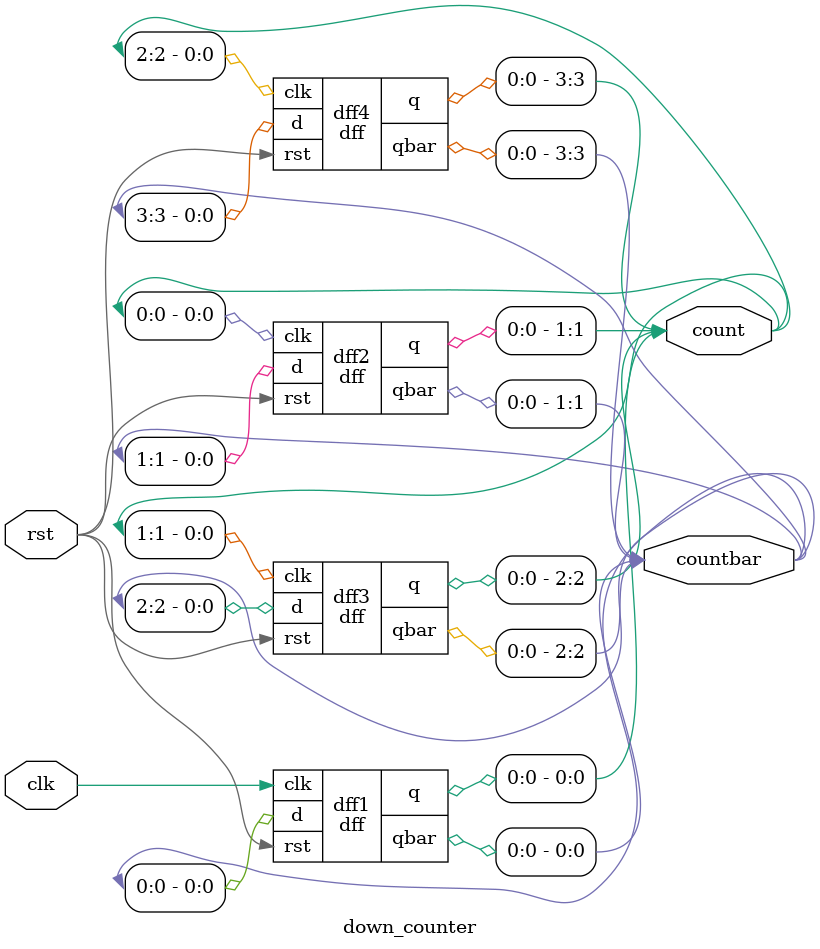
<source format=v>
`timescale 1ns / 1ps
module dff(q, qbar, clk, rst, d);
    output reg q;      // Çýkýþ q, bir flip-flop'un deðerini temsil eder.
    output qbar;       // qbar, q'nun tamamlayýcýsýdýr.

    input clk, rst;    // clk: Saat giriþi, rst: Sýfýrlama giriþi
    input d;           // d: Giriþ verisi

    assign qbar = ~q;  // qbar, q'nun tumleyeni

    always @(posedge clk, posedge rst)
    begin
        if (rst)        // Eðer sýfýrlama etkinse
            q <= 0;     // q'yý sýfýrla
        else
            q <= d;     // Aksi takdirde giriþ verisini q'ya ata
    end
endmodule

module down_counter(count, countbar, clk, rst);
    input clk, rst;           // clk: Saat giriþi, rst: Sýfýrlama giriþi
    output [3:0] count, countbar; // 4-bit geniþliðinde count ve countbar çýkýþlarý

    // Dört flip-flop'u daisy-chain (zincirleme) ile birbirine baglanmasi
    dff dff1(count[0], countbar[0], clk, rst, countbar[0]);
    dff dff2(count[1], countbar[1], count[0], rst, countbar[1]);
    dff dff3(count[2], countbar[2], count[1], rst, countbar[2]);
    dff dff4(count[3], countbar[3], count[2], rst, countbar[3]);
endmodule

</source>
